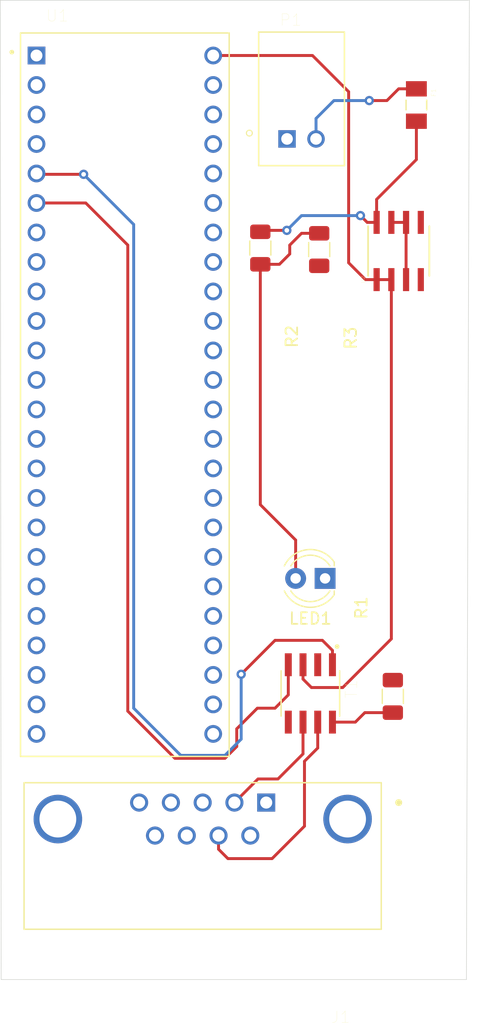
<source format=kicad_pcb>
(kicad_pcb (version 20171130) (host pcbnew "(5.1.6)-1")

  (general
    (thickness 1.6)
    (drawings 4)
    (tracks 84)
    (zones 0)
    (modules 10)
    (nets 62)
  )

  (page A4)
  (title_block
    (title "CANbus transceiver PCB")
    (date 2021-01-04)
    (rev v01)
    (company AlbertaLoop)
    (comment 3 "License:  -----")
    (comment 4 "Author: Devin Headrick")
  )

  (layers
    (0 F.Cu signal)
    (31 B.Cu signal)
    (32 B.Adhes user)
    (33 F.Adhes user)
    (34 B.Paste user)
    (35 F.Paste user)
    (36 B.SilkS user)
    (37 F.SilkS user)
    (38 B.Mask user)
    (39 F.Mask user)
    (40 Dwgs.User user)
    (41 Cmts.User user)
    (42 Eco1.User user)
    (43 Eco2.User user)
    (44 Edge.Cuts user)
    (45 Margin user)
    (46 B.CrtYd user)
    (47 F.CrtYd user)
    (48 B.Fab user)
    (49 F.Fab user)
  )

  (setup
    (last_trace_width 0.25)
    (user_trace_width 0.25)
    (trace_clearance 0.2)
    (zone_clearance 0.508)
    (zone_45_only no)
    (trace_min 0.2)
    (via_size 0.8)
    (via_drill 0.4)
    (via_min_size 0.4)
    (via_min_drill 0.3)
    (uvia_size 0.3)
    (uvia_drill 0.1)
    (uvias_allowed no)
    (uvia_min_size 0.2)
    (uvia_min_drill 0.1)
    (edge_width 0.05)
    (segment_width 0.2)
    (pcb_text_width 0.3)
    (pcb_text_size 1.5 1.5)
    (mod_edge_width 0.12)
    (mod_text_size 1 1)
    (mod_text_width 0.15)
    (pad_size 1.524 1.524)
    (pad_drill 0.762)
    (pad_to_mask_clearance 0.05)
    (aux_axis_origin 0 0)
    (visible_elements 7FFFFFFF)
    (pcbplotparams
      (layerselection 0x010fc_ffffffff)
      (usegerberextensions false)
      (usegerberattributes true)
      (usegerberadvancedattributes true)
      (creategerberjobfile true)
      (excludeedgelayer true)
      (linewidth 0.100000)
      (plotframeref false)
      (viasonmask false)
      (mode 1)
      (useauxorigin false)
      (hpglpennumber 1)
      (hpglpenspeed 20)
      (hpglpendiameter 15.000000)
      (psnegative false)
      (psa4output false)
      (plotreference true)
      (plotvalue true)
      (plotinvisibletext false)
      (padsonsilk false)
      (subtractmaskfromsilk false)
      (outputformat 4)
      (mirror false)
      (drillshape 0)
      (scaleselection 1)
      (outputdirectory ""))
  )

  (net 0 "")
  (net 1 GND)
  (net 2 "Net-(J1-Pad4)")
  (net 3 "Net-(J1-Pad2)")
  (net 4 "Net-(J1-Pad1)")
  (net 5 VCC)
  (net 6 "Net-(J1-Pad8)")
  (net 7 "Net-(J1-Pad7)")
  (net 8 "Net-(R1-Pad1)")
  (net 9 "Net-(T1-Pad1)")
  (net 10 "Net-(T1-Pad4)")
  (net 11 "Net-(T1-Pad5)")
  (net 12 "Net-(U1-Pad2)")
  (net 13 "Net-(U1-Pad3)")
  (net 14 "Net-(U1-Pad4)")
  (net 15 "Net-(U1-Pad7)")
  (net 16 "Net-(U1-Pad8)")
  (net 17 "Net-(U1-Pad9)")
  (net 18 "Net-(U1-Pad10)")
  (net 19 "Net-(U1-Pad11)")
  (net 20 "Net-(U1-Pad12)")
  (net 21 "Net-(U1-Pad13)")
  (net 22 "Net-(U1-Pad14)")
  (net 23 "Net-(U1-Pad15)")
  (net 24 "Net-(U1-Pad16)")
  (net 25 "Net-(U1-Pad35)")
  (net 26 "Net-(U1-Pad36)")
  (net 27 "Net-(U1-Pad37)")
  (net 28 "Net-(U1-Pad38)")
  (net 29 "Net-(U1-Pad39)")
  (net 30 "Net-(U1-Pad40)")
  (net 31 "Net-(U1-Pad41)")
  (net 32 "Net-(U1-Pad42)")
  (net 33 "Net-(U1-Pad43)")
  (net 34 "Net-(U1-Pad44)")
  (net 35 "Net-(U1-Pad45)")
  (net 36 "Net-(U1-Pad46)")
  (net 37 "Net-(U1-Pad17)")
  (net 38 "Net-(U1-Pad18)")
  (net 39 "Net-(U1-Pad19)")
  (net 40 "Net-(U1-Pad20)")
  (net 41 "Net-(U1-Pad21)")
  (net 42 "Net-(U1-Pad22)")
  (net 43 "Net-(U1-Pad23)")
  (net 44 "Net-(U1-Pad24)")
  (net 45 "Net-(U1-Pad33)")
  (net 46 "Net-(U1-Pad32)")
  (net 47 "Net-(U1-Pad25)")
  (net 48 "Net-(U1-Pad26)")
  (net 49 "Net-(U1-Pad27)")
  (net 50 "Net-(U1-Pad28)")
  (net 51 "Net-(U1-Pad29)")
  (net 52 "Net-(U1-Pad30)")
  (net 53 "Net-(U1-Pad31)")
  (net 54 "Net-(LED1-Pad2)")
  (net 55 "Net-(F1-Pad1)")
  (net 56 "Net-(J1-Pad5)")
  (net 57 "Net-(J1-Pad3)")
  (net 58 "Net-(J1-Pad9)")
  (net 59 +3V3)
  (net 60 "Net-(U2-Pad5)")
  (net 61 "Net-(U2-Pad4)")

  (net_class Default "This is the default net class."
    (clearance 0.2)
    (trace_width 0.25)
    (via_dia 0.8)
    (via_drill 0.4)
    (uvia_dia 0.3)
    (uvia_drill 0.1)
    (add_net +3V3)
    (add_net GND)
    (add_net "Net-(F1-Pad1)")
    (add_net "Net-(J1-Pad1)")
    (add_net "Net-(J1-Pad2)")
    (add_net "Net-(J1-Pad3)")
    (add_net "Net-(J1-Pad4)")
    (add_net "Net-(J1-Pad5)")
    (add_net "Net-(J1-Pad7)")
    (add_net "Net-(J1-Pad8)")
    (add_net "Net-(J1-Pad9)")
    (add_net "Net-(LED1-Pad2)")
    (add_net "Net-(R1-Pad1)")
    (add_net "Net-(T1-Pad1)")
    (add_net "Net-(T1-Pad4)")
    (add_net "Net-(T1-Pad5)")
    (add_net "Net-(U1-Pad10)")
    (add_net "Net-(U1-Pad11)")
    (add_net "Net-(U1-Pad12)")
    (add_net "Net-(U1-Pad13)")
    (add_net "Net-(U1-Pad14)")
    (add_net "Net-(U1-Pad15)")
    (add_net "Net-(U1-Pad16)")
    (add_net "Net-(U1-Pad17)")
    (add_net "Net-(U1-Pad18)")
    (add_net "Net-(U1-Pad19)")
    (add_net "Net-(U1-Pad2)")
    (add_net "Net-(U1-Pad20)")
    (add_net "Net-(U1-Pad21)")
    (add_net "Net-(U1-Pad22)")
    (add_net "Net-(U1-Pad23)")
    (add_net "Net-(U1-Pad24)")
    (add_net "Net-(U1-Pad25)")
    (add_net "Net-(U1-Pad26)")
    (add_net "Net-(U1-Pad27)")
    (add_net "Net-(U1-Pad28)")
    (add_net "Net-(U1-Pad29)")
    (add_net "Net-(U1-Pad3)")
    (add_net "Net-(U1-Pad30)")
    (add_net "Net-(U1-Pad31)")
    (add_net "Net-(U1-Pad32)")
    (add_net "Net-(U1-Pad33)")
    (add_net "Net-(U1-Pad35)")
    (add_net "Net-(U1-Pad36)")
    (add_net "Net-(U1-Pad37)")
    (add_net "Net-(U1-Pad38)")
    (add_net "Net-(U1-Pad39)")
    (add_net "Net-(U1-Pad4)")
    (add_net "Net-(U1-Pad40)")
    (add_net "Net-(U1-Pad41)")
    (add_net "Net-(U1-Pad42)")
    (add_net "Net-(U1-Pad43)")
    (add_net "Net-(U1-Pad44)")
    (add_net "Net-(U1-Pad45)")
    (add_net "Net-(U1-Pad46)")
    (add_net "Net-(U1-Pad7)")
    (add_net "Net-(U1-Pad8)")
    (add_net "Net-(U1-Pad9)")
    (add_net "Net-(U2-Pad4)")
    (add_net "Net-(U2-Pad5)")
    (add_net VCC)
  )

  (module Resistor_SMD:R_1206_3216Metric (layer F.Cu) (tedit 5B301BBD) (tstamp 5FF49839)
    (at 127.508 92.586 270)
    (descr "Resistor SMD 1206 (3216 Metric), square (rectangular) end terminal, IPC_7351 nominal, (Body size source: http://www.tortai-tech.com/upload/download/2011102023233369053.pdf), generated with kicad-footprint-generator")
    (tags resistor)
    (path /5FF74CCA)
    (attr smd)
    (fp_text reference R3 (at 7.62 -2.72 90) (layer F.SilkS)
      (effects (font (size 1 1) (thickness 0.15)))
    )
    (fp_text value R10k (at 7.62 2.72 90) (layer F.Fab)
      (effects (font (size 1 1) (thickness 0.15)))
    )
    (fp_text user %R (at 7.62 0 90) (layer F.Fab)
      (effects (font (size 1 1) (thickness 0.15)))
    )
    (fp_line (start -1.6 0.8) (end -1.6 -0.8) (layer F.Fab) (width 0.1))
    (fp_line (start -1.6 -0.8) (end 1.6 -0.8) (layer F.Fab) (width 0.1))
    (fp_line (start 1.6 -0.8) (end 1.6 0.8) (layer F.Fab) (width 0.1))
    (fp_line (start 1.6 0.8) (end -1.6 0.8) (layer F.Fab) (width 0.1))
    (fp_line (start -0.602064 -0.91) (end 0.602064 -0.91) (layer F.SilkS) (width 0.12))
    (fp_line (start -0.602064 0.91) (end 0.602064 0.91) (layer F.SilkS) (width 0.12))
    (fp_line (start -2.28 1.12) (end -2.28 -1.12) (layer F.CrtYd) (width 0.05))
    (fp_line (start -2.28 -1.12) (end 2.28 -1.12) (layer F.CrtYd) (width 0.05))
    (fp_line (start 2.28 -1.12) (end 2.28 1.12) (layer F.CrtYd) (width 0.05))
    (fp_line (start 2.28 1.12) (end -2.28 1.12) (layer F.CrtYd) (width 0.05))
    (pad 2 smd roundrect (at 1.4 0 270) (size 1.25 1.75) (layers F.Cu F.Paste F.Mask) (roundrect_rratio 0.2)
      (net 1 GND))
    (pad 1 smd roundrect (at -1.4 0 270) (size 1.25 1.75) (layers F.Cu F.Paste F.Mask) (roundrect_rratio 0.2)
      (net 54 "Net-(LED1-Pad2)"))
    (model ${KISYS3DMOD}/Resistor_SMD.3dshapes/R_1206_3216Metric.wrl
      (at (xyz 0 0 0))
      (scale (xyz 1 1 1))
      (rotate (xyz 0 0 0))
    )
  )

  (module Resistor_SMD:R_1206_3216Metric (layer F.Cu) (tedit 5B301BBD) (tstamp 5FF4866C)
    (at 133.858 131.064 90)
    (descr "Resistor SMD 1206 (3216 Metric), square (rectangular) end terminal, IPC_7351 nominal, (Body size source: http://www.tortai-tech.com/upload/download/2011102023233369053.pdf), generated with kicad-footprint-generator")
    (tags resistor)
    (path /5FF4D4E8)
    (attr smd)
    (fp_text reference R1 (at 7.62 -2.72 90) (layer F.SilkS)
      (effects (font (size 1 1) (thickness 0.15)))
    )
    (fp_text value R10k (at 7.62 2.72 90) (layer F.Fab)
      (effects (font (size 1 1) (thickness 0.15)))
    )
    (fp_text user %R (at 7.62 0 90) (layer F.Fab)
      (effects (font (size 1 1) (thickness 0.15)))
    )
    (fp_line (start -1.6 0.8) (end -1.6 -0.8) (layer F.Fab) (width 0.1))
    (fp_line (start -1.6 -0.8) (end 1.6 -0.8) (layer F.Fab) (width 0.1))
    (fp_line (start 1.6 -0.8) (end 1.6 0.8) (layer F.Fab) (width 0.1))
    (fp_line (start 1.6 0.8) (end -1.6 0.8) (layer F.Fab) (width 0.1))
    (fp_line (start -0.602064 -0.91) (end 0.602064 -0.91) (layer F.SilkS) (width 0.12))
    (fp_line (start -0.602064 0.91) (end 0.602064 0.91) (layer F.SilkS) (width 0.12))
    (fp_line (start -2.28 1.12) (end -2.28 -1.12) (layer F.CrtYd) (width 0.05))
    (fp_line (start -2.28 -1.12) (end 2.28 -1.12) (layer F.CrtYd) (width 0.05))
    (fp_line (start 2.28 -1.12) (end 2.28 1.12) (layer F.CrtYd) (width 0.05))
    (fp_line (start 2.28 1.12) (end -2.28 1.12) (layer F.CrtYd) (width 0.05))
    (pad 2 smd roundrect (at 1.4 0 90) (size 1.25 1.75) (layers F.Cu F.Paste F.Mask) (roundrect_rratio 0.2)
      (net 1 GND))
    (pad 1 smd roundrect (at -1.4 0 90) (size 1.25 1.75) (layers F.Cu F.Paste F.Mask) (roundrect_rratio 0.2)
      (net 8 "Net-(R1-Pad1)"))
    (model ${KISYS3DMOD}/Resistor_SMD.3dshapes/R_1206_3216Metric.wrl
      (at (xyz 0 0 0))
      (scale (xyz 1 1 1))
      (rotate (xyz 0 0 0))
    )
  )

  (module Resistor_SMD:R_1206_3216Metric (layer F.Cu) (tedit 5B301BBD) (tstamp 5FF49822)
    (at 122.428 92.456 270)
    (descr "Resistor SMD 1206 (3216 Metric), square (rectangular) end terminal, IPC_7351 nominal, (Body size source: http://www.tortai-tech.com/upload/download/2011102023233369053.pdf), generated with kicad-footprint-generator")
    (tags resistor)
    (path /5FF7004B)
    (attr smd)
    (fp_text reference R2 (at 7.62 -2.72 90) (layer F.SilkS)
      (effects (font (size 1 1) (thickness 0.15)))
    )
    (fp_text value R10k (at 7.62 2.72 90) (layer F.Fab)
      (effects (font (size 1 1) (thickness 0.15)))
    )
    (fp_text user %R (at 7.62 0 90) (layer F.Fab)
      (effects (font (size 1 1) (thickness 0.15)))
    )
    (fp_line (start -1.6 0.8) (end -1.6 -0.8) (layer F.Fab) (width 0.1))
    (fp_line (start -1.6 -0.8) (end 1.6 -0.8) (layer F.Fab) (width 0.1))
    (fp_line (start 1.6 -0.8) (end 1.6 0.8) (layer F.Fab) (width 0.1))
    (fp_line (start 1.6 0.8) (end -1.6 0.8) (layer F.Fab) (width 0.1))
    (fp_line (start -0.602064 -0.91) (end 0.602064 -0.91) (layer F.SilkS) (width 0.12))
    (fp_line (start -0.602064 0.91) (end 0.602064 0.91) (layer F.SilkS) (width 0.12))
    (fp_line (start -2.28 1.12) (end -2.28 -1.12) (layer F.CrtYd) (width 0.05))
    (fp_line (start -2.28 -1.12) (end 2.28 -1.12) (layer F.CrtYd) (width 0.05))
    (fp_line (start 2.28 -1.12) (end 2.28 1.12) (layer F.CrtYd) (width 0.05))
    (fp_line (start 2.28 1.12) (end -2.28 1.12) (layer F.CrtYd) (width 0.05))
    (pad 2 smd roundrect (at 1.4 0 270) (size 1.25 1.75) (layers F.Cu F.Paste F.Mask) (roundrect_rratio 0.2)
      (net 54 "Net-(LED1-Pad2)"))
    (pad 1 smd roundrect (at -1.4 0 270) (size 1.25 1.75) (layers F.Cu F.Paste F.Mask) (roundrect_rratio 0.2)
      (net 5 VCC))
    (model ${KISYS3DMOD}/Resistor_SMD.3dshapes/R_1206_3216Metric.wrl
      (at (xyz 0 0 0))
      (scale (xyz 1 1 1))
      (rotate (xyz 0 0 0))
    )
  )

  (module "Voltage Regulators:SO-8_S" (layer F.Cu) (tedit 5FF766C5) (tstamp 5FFC1FEB)
    (at 134.366 92.71 90)
    (path /5FF77404)
    (fp_text reference U2 (at -2.4544 -3.0717 90) (layer F.SilkS)
      (effects (font (size 0.314961 0.314961) (thickness 0.015)))
    )
    (fp_text value LT1129IS8-3.3#PBF (at -2.2544 3.0717 90) (layer F.Fab)
      (effects (font (size 0.314961 0.314961) (thickness 0.015)))
    )
    (fp_arc (start 0 -2.5019) (end -0.3048 -2.4892) (angle -180) (layer F.Fab) (width 0.1524))
    (fp_line (start -1.9812 -1.6764) (end -1.9812 -2.1336) (layer F.Fab) (width 0.1524))
    (fp_line (start -1.9812 -2.1336) (end -3.0988 -2.1336) (layer F.Fab) (width 0.1524))
    (fp_line (start -3.0988 -2.1336) (end -3.0988 -1.651) (layer F.Fab) (width 0.1524))
    (fp_line (start -3.0988 -1.651) (end -1.9812 -1.6764) (layer F.Fab) (width 0.1524))
    (fp_line (start -1.9812 -0.4064) (end -1.9812 -0.8636) (layer F.Fab) (width 0.1524))
    (fp_line (start -1.9812 -0.8636) (end -3.0988 -0.8636) (layer F.Fab) (width 0.1524))
    (fp_line (start -3.0988 -0.8636) (end -3.0988 -0.381) (layer F.Fab) (width 0.1524))
    (fp_line (start -3.0988 -0.381) (end -1.9812 -0.4064) (layer F.Fab) (width 0.1524))
    (fp_line (start -1.9812 0.8636) (end -1.9812 0.4064) (layer F.Fab) (width 0.1524))
    (fp_line (start -1.9812 0.4064) (end -3.0988 0.4064) (layer F.Fab) (width 0.1524))
    (fp_line (start -3.0988 0.4064) (end -3.0988 0.889) (layer F.Fab) (width 0.1524))
    (fp_line (start -3.0988 0.889) (end -1.9812 0.8636) (layer F.Fab) (width 0.1524))
    (fp_line (start -1.9812 2.1336) (end -1.9812 1.6764) (layer F.Fab) (width 0.1524))
    (fp_line (start -1.9812 1.6764) (end -3.0988 1.6764) (layer F.Fab) (width 0.1524))
    (fp_line (start -3.0988 1.6764) (end -3.0988 2.159) (layer F.Fab) (width 0.1524))
    (fp_line (start -3.0988 2.159) (end -1.9812 2.1336) (layer F.Fab) (width 0.1524))
    (fp_line (start 1.9812 1.6764) (end 1.9812 2.1336) (layer F.Fab) (width 0.1524))
    (fp_line (start 1.9812 2.1336) (end 3.0988 2.1336) (layer F.Fab) (width 0.1524))
    (fp_line (start 3.0988 2.1336) (end 3.0988 1.651) (layer F.Fab) (width 0.1524))
    (fp_line (start 3.0988 1.651) (end 1.9812 1.6764) (layer F.Fab) (width 0.1524))
    (fp_line (start 1.9812 0.4064) (end 1.9812 0.8636) (layer F.Fab) (width 0.1524))
    (fp_line (start 1.9812 0.8636) (end 3.0988 0.8636) (layer F.Fab) (width 0.1524))
    (fp_line (start 3.0988 0.8636) (end 3.0988 0.381) (layer F.Fab) (width 0.1524))
    (fp_line (start 3.0988 0.381) (end 1.9812 0.4064) (layer F.Fab) (width 0.1524))
    (fp_line (start 1.9812 -0.8636) (end 1.9812 -0.4064) (layer F.Fab) (width 0.1524))
    (fp_line (start 1.9812 -0.4064) (end 3.0988 -0.4064) (layer F.Fab) (width 0.1524))
    (fp_line (start 3.0988 -0.4064) (end 3.0988 -0.889) (layer F.Fab) (width 0.1524))
    (fp_line (start 3.0988 -0.889) (end 1.9812 -0.8636) (layer F.Fab) (width 0.1524))
    (fp_line (start 1.9812 -2.1336) (end 1.9812 -1.6764) (layer F.Fab) (width 0.1524))
    (fp_line (start 1.9812 -1.6764) (end 3.0988 -1.6764) (layer F.Fab) (width 0.1524))
    (fp_line (start 3.0988 -1.6764) (end 3.0988 -2.159) (layer F.Fab) (width 0.1524))
    (fp_line (start 3.0988 -2.159) (end 1.9812 -2.1336) (layer F.Fab) (width 0.1524))
    (fp_line (start -1.9812 2.4892) (end 1.9812 2.4892) (layer F.Fab) (width 0.1524))
    (fp_line (start 1.9812 2.4892) (end 1.9812 -2.4892) (layer F.Fab) (width 0.1524))
    (fp_line (start 1.9812 -2.4892) (end -0.3048 -2.4892) (layer F.Fab) (width 0.1524))
    (fp_line (start -0.3048 -2.4892) (end -1.9812 -2.4892) (layer F.Fab) (width 0.1524))
    (fp_line (start -1.9812 -2.4892) (end -1.9812 2.4892) (layer F.Fab) (width 0.1524))
    (fp_line (start -2.1336 2.6416) (end 2.1336 2.6416) (layer F.SilkS) (width 0.1524))
    (fp_line (start 2.1336 -2.6416) (end -2.1336 -2.6416) (layer F.SilkS) (width 0.1524))
    (pad 8 smd rect (at 2.4638 -1.905 90) (size 1.9812 0.5334) (layers F.Cu F.Paste F.Mask)
      (net 5 VCC))
    (pad 7 smd rect (at 2.4638 -0.635 90) (size 1.9812 0.5334) (layers F.Cu F.Paste F.Mask)
      (net 1 GND))
    (pad 6 smd rect (at 2.4638 0.635 90) (size 1.9812 0.5334) (layers F.Cu F.Paste F.Mask)
      (net 1 GND))
    (pad 5 smd rect (at 2.4638 1.905 90) (size 1.9812 0.5334) (layers F.Cu F.Paste F.Mask)
      (net 60 "Net-(U2-Pad5)"))
    (pad 4 smd rect (at -2.4638 1.905 90) (size 1.9812 0.5334) (layers F.Cu F.Paste F.Mask)
      (net 61 "Net-(U2-Pad4)"))
    (pad 3 smd rect (at -2.4638 0.635 90) (size 1.9812 0.5334) (layers F.Cu F.Paste F.Mask)
      (net 1 GND))
    (pad 2 smd rect (at -2.4638 -0.635 90) (size 1.9812 0.5334) (layers F.Cu F.Paste F.Mask)
      (net 59 +3V3))
    (pad 1 smd rect (at -2.4638 -1.905 90) (size 1.9812 0.5334) (layers F.Cu F.Paste F.Mask)
      (net 59 +3V3))
  )

  (module "XH:JST_S2B-XH-A(LF)(SN)" (layer F.Cu) (tedit 5FFBBB78) (tstamp 5FFC1E7D)
    (at 125.984 83.058)
    (path /5FFDEAC7)
    (fp_text reference P1 (at -0.92578 -10.24356) (layer F.SilkS)
      (effects (font (size 1.000835 1.000835) (thickness 0.015)))
    )
    (fp_text value "S2B-XH-A(LF)(SN)" (at 8.61119 3.369355) (layer F.Fab)
      (effects (font (size 1.001299 1.001299) (thickness 0.015)))
    )
    (fp_circle (center -4.5 -0.5) (end -4.246 -0.5) (layer F.SilkS) (width 0.1))
    (fp_line (start -4 2.6) (end -4 -9.5) (layer F.CrtYd) (width 0.127))
    (fp_line (start 4 2.6) (end -4 2.6) (layer F.CrtYd) (width 0.127))
    (fp_line (start 4 -9.5) (end 4 2.6) (layer F.CrtYd) (width 0.127))
    (fp_line (start -4 -9.5) (end 4 -9.5) (layer F.CrtYd) (width 0.127))
    (fp_line (start -3.7 2.3) (end -3.7 -9.2) (layer F.SilkS) (width 0.127))
    (fp_line (start 3.7 2.3) (end -3.7 2.3) (layer F.SilkS) (width 0.127))
    (fp_line (start 3.7 -9.2) (end 3.7 2.3) (layer F.SilkS) (width 0.127))
    (fp_line (start -3.7 -9.2) (end 3.7 -9.2) (layer F.SilkS) (width 0.127))
    (pad 1 thru_hole rect (at -1.25 0) (size 1.508 1.508) (drill 1) (layers *.Cu *.Mask)
      (net 1 GND))
    (pad 2 thru_hole circle (at 1.25 0) (size 1.508 1.508) (drill 1) (layers *.Cu *.Mask)
      (net 55 "Net-(F1-Pad1)"))
  )

  (module Fuses:FUSC3215X78N (layer F.Cu) (tedit 5FFBBD0D) (tstamp 5FFC1DFC)
    (at 135.89 80.139 270)
    (path /5FFF1D6A)
    (fp_text reference F1 (at -1.06 -1.49 90) (layer F.SilkS)
      (effects (font (size 0.393701 0.393701) (thickness 0.015)))
    )
    (fp_text value C1Q-3 (at 0.69 1.49 90) (layer F.Fab)
      (effects (font (size 0.393701 0.393701) (thickness 0.015)))
    )
    (fp_line (start 1.7 0.89) (end -1.7 0.89) (layer F.Fab) (width 0.127))
    (fp_line (start 1.7 -0.89) (end -1.7 -0.89) (layer F.Fab) (width 0.127))
    (fp_line (start 1.7 0.89) (end 1.7 -0.89) (layer F.Fab) (width 0.127))
    (fp_line (start -1.7 0.89) (end -1.7 -0.89) (layer F.Fab) (width 0.127))
    (fp_line (start -0.41 -0.89) (end 0.41 -0.89) (layer F.SilkS) (width 0.127))
    (fp_line (start -0.41 0.89) (end 0.41 0.89) (layer F.SilkS) (width 0.127))
    (fp_line (start -2.308 1.148) (end 2.308 1.148) (layer F.CrtYd) (width 0.05))
    (fp_line (start -2.308 -1.148) (end 2.308 -1.148) (layer F.CrtYd) (width 0.05))
    (fp_line (start -2.308 1.148) (end -2.308 -1.148) (layer F.CrtYd) (width 0.05))
    (fp_line (start 2.308 1.148) (end 2.308 -1.148) (layer F.CrtYd) (width 0.05))
    (pad 2 smd rect (at 1.395 0 270) (size 1.32 1.8) (layers F.Cu F.Paste F.Mask)
      (net 5 VCC))
    (pad 1 smd rect (at -1.395 0 270) (size 1.32 1.8) (layers F.Cu F.Paste F.Mask)
      (net 55 "Net-(F1-Pad1)"))
  )

  (module LED_THT:LED_D4.0mm (layer F.Cu) (tedit 587A3A7B) (tstamp 5FF497DF)
    (at 128.016 120.904 180)
    (descr "LED, diameter 4.0mm, 2 pins, http://www.kingbright.com/attachments/file/psearch/000/00/00/L-43GD(Ver.12B).pdf")
    (tags "LED diameter 4.0mm 2 pins")
    (path /5FF77C47)
    (fp_text reference LED1 (at 1.27 -3.46) (layer F.SilkS)
      (effects (font (size 1 1) (thickness 0.15)))
    )
    (fp_text value LED (at 1.27 3.46) (layer F.Fab)
      (effects (font (size 1 1) (thickness 0.15)))
    )
    (fp_arc (start 1.27 0) (end -0.41333 1.08) (angle -114.6) (layer F.SilkS) (width 0.12))
    (fp_arc (start 1.27 0) (end -0.41333 -1.08) (angle 114.6) (layer F.SilkS) (width 0.12))
    (fp_arc (start 1.27 0) (end -0.79 1.398749) (angle -120.1) (layer F.SilkS) (width 0.12))
    (fp_arc (start 1.27 0) (end -0.79 -1.398749) (angle 120.1) (layer F.SilkS) (width 0.12))
    (fp_arc (start 1.27 0) (end -0.73 -1.32665) (angle 292.9) (layer F.Fab) (width 0.1))
    (fp_circle (center 1.27 0) (end 3.27 0) (layer F.Fab) (width 0.1))
    (fp_line (start -0.73 -1.32665) (end -0.73 1.32665) (layer F.Fab) (width 0.1))
    (fp_line (start -0.79 -1.399) (end -0.79 -1.08) (layer F.SilkS) (width 0.12))
    (fp_line (start -0.79 1.08) (end -0.79 1.399) (layer F.SilkS) (width 0.12))
    (fp_line (start -1.45 -2.75) (end -1.45 2.75) (layer F.CrtYd) (width 0.05))
    (fp_line (start -1.45 2.75) (end 4 2.75) (layer F.CrtYd) (width 0.05))
    (fp_line (start 4 2.75) (end 4 -2.75) (layer F.CrtYd) (width 0.05))
    (fp_line (start 4 -2.75) (end -1.45 -2.75) (layer F.CrtYd) (width 0.05))
    (pad 2 thru_hole circle (at 2.54 0 180) (size 1.8 1.8) (drill 0.9) (layers *.Cu *.Mask)
      (net 54 "Net-(LED1-Pad2)"))
    (pad 1 thru_hole rect (at 0 0 180) (size 1.8 1.8) (drill 0.9) (layers *.Cu *.Mask)
      (net 1 GND))
    (model ${KISYS3DMOD}/LED_THT.3dshapes/LED_D4.0mm.wrl
      (at (xyz 0 0 0))
      (scale (xyz 1 1 1))
      (rotate (xyz 0 0 0))
    )
  )

  (module DB-9:TE_5747844-4 (layer F.Cu) (tedit 5FF394F0) (tstamp 5FF48655)
    (at 122.936 140.208 180)
    (path /5FF3FD23)
    (fp_text reference J1 (at -6.42655 -18.47814) (layer F.SilkS)
      (effects (font (size 1.001795 1.001795) (thickness 0.015)))
    )
    (fp_text value 5747844-4 (at -1.97346 3.48112) (layer F.Fab)
      (effects (font (size 1.001764 1.001764) (thickness 0.015)))
    )
    (fp_arc (start -5.22 -16.78) (end -4.9 -16.8) (angle -90) (layer F.Fab) (width 0.127))
    (fp_arc (start -8.44 -16.8) (end -8.44 -17.1) (angle -90) (layer F.Fab) (width 0.127))
    (fp_text user PCB~EDGE (at 14.7122 -11.4656) (layer F.Fab)
      (effects (font (size 1.000488 1.000488) (thickness 0.015)))
    )
    (fp_line (start -9.925 1.71) (end 20.885 1.71) (layer F.Fab) (width 0.127))
    (fp_line (start 20.885 1.71) (end 20.885 -10.94) (layer F.Fab) (width 0.127))
    (fp_line (start 20.885 -10.94) (end -4.9 -10.94) (layer F.Fab) (width 0.127))
    (fp_line (start -4.9 -10.94) (end -8.74 -10.94) (layer F.Fab) (width 0.127))
    (fp_line (start -8.74 -10.94) (end -9.925 -10.94) (layer F.Fab) (width 0.127))
    (fp_line (start -9.925 -10.94) (end -9.925 1.71) (layer F.Fab) (width 0.127))
    (fp_line (start -2.67 -17.13) (end 13.63 -17.13) (layer F.Fab) (width 0.127))
    (fp_line (start -2.67 -17.13) (end -2.67 -10.96) (layer F.Fab) (width 0.127))
    (fp_line (start 13.63 -17.13) (end 13.63 -10.96) (layer F.Fab) (width 0.127))
    (fp_line (start -9.925 1.71) (end 20.885 1.71) (layer F.SilkS) (width 0.127))
    (fp_line (start 20.885 1.71) (end 20.885 -10.91) (layer F.SilkS) (width 0.127))
    (fp_line (start 20.885 -10.91) (end -9.925 -10.91) (layer F.SilkS) (width 0.127))
    (fp_line (start -9.925 -10.91) (end -9.925 1.71) (layer F.SilkS) (width 0.127))
    (fp_line (start -10.175 -11.19) (end 21.135 -11.19) (layer F.CrtYd) (width 0.05))
    (fp_line (start 21.135 -11.19) (end 21.135 1.96) (layer F.CrtYd) (width 0.05))
    (fp_line (start 21.135 1.96) (end -10.175 1.96) (layer F.CrtYd) (width 0.05))
    (fp_line (start -10.175 1.96) (end -10.175 -11.19) (layer F.CrtYd) (width 0.05))
    (fp_line (start -8.74 -10.94) (end -8.74 -16.8) (layer F.Fab) (width 0.127))
    (fp_line (start -4.9 -10.94) (end -4.9 -16.8) (layer F.Fab) (width 0.127))
    (fp_line (start -5.24 -17.1) (end -8.44 -17.1) (layer F.Fab) (width 0.127))
    (fp_circle (center 0 0) (end 0.15 0) (layer F.Fab) (width 0.3))
    (fp_circle (center -11.43 0) (end -11.28 0) (layer F.SilkS) (width 0.3))
    (pad SH2 thru_hole circle (at 17.97 -1.42 180) (size 4.186 4.186) (drill 3.17) (layers *.Cu *.Mask)
      (net 1 GND))
    (pad SH1 thru_hole circle (at -7.02 -1.42 180) (size 4.186 4.186) (drill 3.17) (layers *.Cu *.Mask)
      (net 1 GND))
    (pad 6 thru_hole circle (at 1.37 -2.84 180) (size 1.56 1.56) (drill 1.04) (layers *.Cu *.Mask)
      (net 1 GND))
    (pad 7 thru_hole circle (at 4.11 -2.84 180) (size 1.56 1.56) (drill 1.04) (layers *.Cu *.Mask)
      (net 7 "Net-(J1-Pad7)"))
    (pad 8 thru_hole circle (at 6.85 -2.84 180) (size 1.56 1.56) (drill 1.04) (layers *.Cu *.Mask)
      (net 6 "Net-(J1-Pad8)"))
    (pad 9 thru_hole circle (at 9.59 -2.84 180) (size 1.56 1.56) (drill 1.04) (layers *.Cu *.Mask)
      (net 58 "Net-(J1-Pad9)"))
    (pad 1 thru_hole rect (at 0 0 180) (size 1.56 1.56) (drill 1.04) (layers *.Cu *.Mask)
      (net 4 "Net-(J1-Pad1)"))
    (pad 2 thru_hole circle (at 2.74 0 180) (size 1.56 1.56) (drill 1.04) (layers *.Cu *.Mask)
      (net 3 "Net-(J1-Pad2)"))
    (pad 3 thru_hole circle (at 5.48 0 180) (size 1.56 1.56) (drill 1.04) (layers *.Cu *.Mask)
      (net 57 "Net-(J1-Pad3)"))
    (pad 4 thru_hole circle (at 8.22 0 180) (size 1.56 1.56) (drill 1.04) (layers *.Cu *.Mask)
      (net 2 "Net-(J1-Pad4)"))
    (pad 5 thru_hole circle (at 10.96 0 180) (size 1.56 1.56) (drill 1.04) (layers *.Cu *.Mask)
      (net 56 "Net-(J1-Pad5)"))
  )

  (module libs:SOIC127P599X175-8N (layer F.Cu) (tedit 5FF134EC) (tstamp 5FF48684)
    (at 126.746 130.81 270)
    (path /5FF38CEA)
    (fp_text reference T1 (at -0.385 -3.537 90) (layer F.SilkS)
      (effects (font (size 1 1) (thickness 0.015)))
    )
    (fp_text value SN65HVD230D (at 7.87 3.537 90) (layer F.Fab)
      (effects (font (size 1 1) (thickness 0.015)))
    )
    (fp_circle (center -4.04 -2.305) (end -3.94 -2.305) (layer F.SilkS) (width 0.2))
    (fp_circle (center -4.04 -2.305) (end -3.94 -2.305) (layer F.Fab) (width 0.2))
    (fp_line (start -1.95 -2.4525) (end 1.95 -2.4525) (layer F.Fab) (width 0.127))
    (fp_line (start -1.95 2.4525) (end 1.95 2.4525) (layer F.Fab) (width 0.127))
    (fp_line (start -1.95 -2.525) (end 1.95 -2.525) (layer F.SilkS) (width 0.127))
    (fp_line (start -1.95 2.525) (end 1.95 2.525) (layer F.SilkS) (width 0.127))
    (fp_line (start -1.95 -2.4525) (end -1.95 2.4525) (layer F.Fab) (width 0.127))
    (fp_line (start 1.95 -2.4525) (end 1.95 2.4525) (layer F.Fab) (width 0.127))
    (fp_line (start -3.705 -2.7025) (end 3.705 -2.7025) (layer F.CrtYd) (width 0.05))
    (fp_line (start -3.705 2.7025) (end 3.705 2.7025) (layer F.CrtYd) (width 0.05))
    (fp_line (start -3.705 -2.7025) (end -3.705 2.7025) (layer F.CrtYd) (width 0.05))
    (fp_line (start 3.705 -2.7025) (end 3.705 2.7025) (layer F.CrtYd) (width 0.05))
    (pad 8 smd rect (at 2.47 -1.905 270) (size 1.97 0.6) (layers F.Cu F.Paste F.Mask)
      (net 8 "Net-(R1-Pad1)"))
    (pad 7 smd rect (at 2.47 -0.635 270) (size 1.97 0.6) (layers F.Cu F.Paste F.Mask)
      (net 7 "Net-(J1-Pad7)"))
    (pad 6 smd rect (at 2.47 0.635 270) (size 1.97 0.6) (layers F.Cu F.Paste F.Mask)
      (net 3 "Net-(J1-Pad2)"))
    (pad 5 smd rect (at 2.47 1.905 270) (size 1.97 0.6) (layers F.Cu F.Paste F.Mask)
      (net 11 "Net-(T1-Pad5)"))
    (pad 4 smd rect (at -2.47 1.905 270) (size 1.97 0.6) (layers F.Cu F.Paste F.Mask)
      (net 10 "Net-(T1-Pad4)"))
    (pad 3 smd rect (at -2.47 0.635 270) (size 1.97 0.6) (layers F.Cu F.Paste F.Mask)
      (net 59 +3V3))
    (pad 2 smd rect (at -2.47 -0.635 270) (size 1.97 0.6) (layers F.Cu F.Paste F.Mask)
      (net 1 GND))
    (pad 1 smd rect (at -2.47 -1.905 270) (size 1.97 0.6) (layers F.Cu F.Paste F.Mask)
      (net 9 "Net-(T1-Pad1)"))
  )

  (module libs:MODULE_DEV-14058 (layer F.Cu) (tedit 5FF13532) (tstamp 5FF486C9)
    (at 110.744 105.085001)
    (path /5FF36B34)
    (fp_text reference U1 (at -5.825 -32.635) (layer F.SilkS)
      (effects (font (size 1 1) (thickness 0.015)))
    )
    (fp_text value DEV-14058 (at 1.16 32.635) (layer F.Fab)
      (effects (font (size 1 1) (thickness 0.015)))
    )
    (fp_line (start -9 31.15) (end -9 -31.15) (layer F.Fab) (width 0.127))
    (fp_line (start -9 -31.15) (end 9 -31.15) (layer F.Fab) (width 0.127))
    (fp_line (start 9 -31.15) (end 9 31.15) (layer F.Fab) (width 0.127))
    (fp_line (start 9 31.15) (end -9 31.15) (layer F.Fab) (width 0.127))
    (fp_line (start -9 -31.15) (end -9 31.15) (layer F.SilkS) (width 0.127))
    (fp_line (start -9 31.15) (end 9 31.15) (layer F.SilkS) (width 0.127))
    (fp_line (start 9 31.15) (end 9 -31.15) (layer F.SilkS) (width 0.127))
    (fp_line (start 9 -31.15) (end -9 -31.15) (layer F.SilkS) (width 0.127))
    (fp_line (start -9.25 -31.4) (end 9.25 -31.4) (layer F.CrtYd) (width 0.05))
    (fp_line (start 9.25 -31.4) (end 9.25 31.4) (layer F.CrtYd) (width 0.05))
    (fp_line (start 9.25 31.4) (end -9.25 31.4) (layer F.CrtYd) (width 0.05))
    (fp_line (start -9.25 31.4) (end -9.25 -31.4) (layer F.CrtYd) (width 0.05))
    (fp_line (start -3.5 -31.1) (end -3.5 -28.4) (layer F.Fab) (width 0.127))
    (fp_line (start -3.5 -28.4) (end 3.4 -28.4) (layer F.Fab) (width 0.127))
    (fp_line (start 3.5 -28.4) (end 3.5 -31.1) (layer F.Fab) (width 0.127))
    (fp_circle (center -9.75 -29.5) (end -9.65 -29.5) (layer F.SilkS) (width 0.2))
    (fp_circle (center -9.75 -29.5) (end -9.65 -29.5) (layer F.Fab) (width 0.2))
    (pad 31 thru_hole circle (at 7.62 13.97) (size 1.53 1.53) (drill 1.02) (layers *.Cu *.Mask)
      (net 53 "Net-(U1-Pad31)"))
    (pad 30 thru_hole circle (at 7.62 16.51) (size 1.53 1.53) (drill 1.02) (layers *.Cu *.Mask)
      (net 52 "Net-(U1-Pad30)"))
    (pad 29 thru_hole circle (at 7.62 19.05) (size 1.53 1.53) (drill 1.02) (layers *.Cu *.Mask)
      (net 51 "Net-(U1-Pad29)"))
    (pad 28 thru_hole circle (at 7.62 21.59) (size 1.53 1.53) (drill 1.02) (layers *.Cu *.Mask)
      (net 50 "Net-(U1-Pad28)"))
    (pad 27 thru_hole circle (at 7.62 24.13) (size 1.53 1.53) (drill 1.02) (layers *.Cu *.Mask)
      (net 49 "Net-(U1-Pad27)"))
    (pad 26 thru_hole circle (at 7.62 26.67) (size 1.53 1.53) (drill 1.02) (layers *.Cu *.Mask)
      (net 48 "Net-(U1-Pad26)"))
    (pad 25 thru_hole circle (at 7.62 29.21) (size 1.53 1.53) (drill 1.02) (layers *.Cu *.Mask)
      (net 47 "Net-(U1-Pad25)"))
    (pad 32 thru_hole circle (at 7.62 11.43) (size 1.53 1.53) (drill 1.02) (layers *.Cu *.Mask)
      (net 46 "Net-(U1-Pad32)"))
    (pad 33 thru_hole circle (at 7.62 8.89) (size 1.53 1.53) (drill 1.02) (layers *.Cu *.Mask)
      (net 45 "Net-(U1-Pad33)"))
    (pad 34 thru_hole circle (at 7.62 6.35) (size 1.53 1.53) (drill 1.02) (layers *.Cu *.Mask)
      (net 1 GND))
    (pad 24 thru_hole circle (at -7.62 29.21) (size 1.53 1.53) (drill 1.02) (layers *.Cu *.Mask)
      (net 44 "Net-(U1-Pad24)"))
    (pad 23 thru_hole circle (at -7.62 26.67) (size 1.53 1.53) (drill 1.02) (layers *.Cu *.Mask)
      (net 43 "Net-(U1-Pad23)"))
    (pad 22 thru_hole circle (at -7.62 24.13) (size 1.53 1.53) (drill 1.02) (layers *.Cu *.Mask)
      (net 42 "Net-(U1-Pad22)"))
    (pad 21 thru_hole circle (at -7.62 21.59) (size 1.53 1.53) (drill 1.02) (layers *.Cu *.Mask)
      (net 41 "Net-(U1-Pad21)"))
    (pad 20 thru_hole circle (at -7.62 19.05) (size 1.53 1.53) (drill 1.02) (layers *.Cu *.Mask)
      (net 40 "Net-(U1-Pad20)"))
    (pad 19 thru_hole circle (at -7.62 16.51) (size 1.53 1.53) (drill 1.02) (layers *.Cu *.Mask)
      (net 39 "Net-(U1-Pad19)"))
    (pad 18 thru_hole circle (at -7.62 13.97) (size 1.53 1.53) (drill 1.02) (layers *.Cu *.Mask)
      (net 38 "Net-(U1-Pad18)"))
    (pad 17 thru_hole circle (at -7.62 11.43) (size 1.53 1.53) (drill 1.02) (layers *.Cu *.Mask)
      (net 37 "Net-(U1-Pad17)"))
    (pad 48 thru_hole circle (at 7.62 -29.21) (size 1.53 1.53) (drill 1.02) (layers *.Cu *.Mask)
      (net 59 +3V3))
    (pad 47 thru_hole circle (at 7.62 -26.67) (size 1.53 1.53) (drill 1.02) (layers *.Cu *.Mask)
      (net 1 GND))
    (pad 46 thru_hole circle (at 7.62 -24.13) (size 1.53 1.53) (drill 1.02) (layers *.Cu *.Mask)
      (net 36 "Net-(U1-Pad46)"))
    (pad 45 thru_hole circle (at 7.62 -21.59) (size 1.53 1.53) (drill 1.02) (layers *.Cu *.Mask)
      (net 35 "Net-(U1-Pad45)"))
    (pad 44 thru_hole circle (at 7.62 -19.05) (size 1.53 1.53) (drill 1.02) (layers *.Cu *.Mask)
      (net 34 "Net-(U1-Pad44)"))
    (pad 43 thru_hole circle (at 7.62 -16.51) (size 1.53 1.53) (drill 1.02) (layers *.Cu *.Mask)
      (net 33 "Net-(U1-Pad43)"))
    (pad 42 thru_hole circle (at 7.62 -13.97) (size 1.53 1.53) (drill 1.02) (layers *.Cu *.Mask)
      (net 32 "Net-(U1-Pad42)"))
    (pad 41 thru_hole circle (at 7.62 -11.43) (size 1.53 1.53) (drill 1.02) (layers *.Cu *.Mask)
      (net 31 "Net-(U1-Pad41)"))
    (pad 40 thru_hole circle (at 7.62 -8.89) (size 1.53 1.53) (drill 1.02) (layers *.Cu *.Mask)
      (net 30 "Net-(U1-Pad40)"))
    (pad 39 thru_hole circle (at 7.62 -6.35) (size 1.53 1.53) (drill 1.02) (layers *.Cu *.Mask)
      (net 29 "Net-(U1-Pad39)"))
    (pad 38 thru_hole circle (at 7.62 -3.81) (size 1.53 1.53) (drill 1.02) (layers *.Cu *.Mask)
      (net 28 "Net-(U1-Pad38)"))
    (pad 37 thru_hole circle (at 7.62 -1.27) (size 1.53 1.53) (drill 1.02) (layers *.Cu *.Mask)
      (net 27 "Net-(U1-Pad37)"))
    (pad 36 thru_hole circle (at 7.62 1.27) (size 1.53 1.53) (drill 1.02) (layers *.Cu *.Mask)
      (net 26 "Net-(U1-Pad36)"))
    (pad 35 thru_hole circle (at 7.62 3.81) (size 1.53 1.53) (drill 1.02) (layers *.Cu *.Mask)
      (net 25 "Net-(U1-Pad35)"))
    (pad 16 thru_hole circle (at -7.62 8.89) (size 1.53 1.53) (drill 1.02) (layers *.Cu *.Mask)
      (net 24 "Net-(U1-Pad16)"))
    (pad 15 thru_hole circle (at -7.62 6.35) (size 1.53 1.53) (drill 1.02) (layers *.Cu *.Mask)
      (net 23 "Net-(U1-Pad15)"))
    (pad 14 thru_hole circle (at -7.62 3.81) (size 1.53 1.53) (drill 1.02) (layers *.Cu *.Mask)
      (net 22 "Net-(U1-Pad14)"))
    (pad 13 thru_hole circle (at -7.62 1.27) (size 1.53 1.53) (drill 1.02) (layers *.Cu *.Mask)
      (net 21 "Net-(U1-Pad13)"))
    (pad 12 thru_hole circle (at -7.62 -1.27) (size 1.53 1.53) (drill 1.02) (layers *.Cu *.Mask)
      (net 20 "Net-(U1-Pad12)"))
    (pad 11 thru_hole circle (at -7.62 -3.81) (size 1.53 1.53) (drill 1.02) (layers *.Cu *.Mask)
      (net 19 "Net-(U1-Pad11)"))
    (pad 10 thru_hole circle (at -7.62 -6.35) (size 1.53 1.53) (drill 1.02) (layers *.Cu *.Mask)
      (net 18 "Net-(U1-Pad10)"))
    (pad 9 thru_hole circle (at -7.62 -8.89) (size 1.53 1.53) (drill 1.02) (layers *.Cu *.Mask)
      (net 17 "Net-(U1-Pad9)"))
    (pad 8 thru_hole circle (at -7.62 -11.43) (size 1.53 1.53) (drill 1.02) (layers *.Cu *.Mask)
      (net 16 "Net-(U1-Pad8)"))
    (pad 7 thru_hole circle (at -7.62 -13.97) (size 1.53 1.53) (drill 1.02) (layers *.Cu *.Mask)
      (net 15 "Net-(U1-Pad7)"))
    (pad 6 thru_hole circle (at -7.62 -16.51) (size 1.53 1.53) (drill 1.02) (layers *.Cu *.Mask)
      (net 10 "Net-(T1-Pad4)"))
    (pad 5 thru_hole circle (at -7.62 -19.05) (size 1.53 1.53) (drill 1.02) (layers *.Cu *.Mask)
      (net 9 "Net-(T1-Pad1)"))
    (pad 4 thru_hole circle (at -7.62 -21.59) (size 1.53 1.53) (drill 1.02) (layers *.Cu *.Mask)
      (net 14 "Net-(U1-Pad4)"))
    (pad 3 thru_hole circle (at -7.62 -24.13) (size 1.53 1.53) (drill 1.02) (layers *.Cu *.Mask)
      (net 13 "Net-(U1-Pad3)"))
    (pad 2 thru_hole circle (at -7.62 -26.67) (size 1.53 1.53) (drill 1.02) (layers *.Cu *.Mask)
      (net 12 "Net-(U1-Pad2)"))
    (pad 1 thru_hole rect (at -7.62 -29.21) (size 1.53 1.53) (drill 1.02) (layers *.Cu *.Mask)
      (net 1 GND))
  )

  (gr_line (start 140.208 155.448) (end 140.462 71.12) (layer Edge.Cuts) (width 0.05))
  (gr_line (start 100.076 155.448) (end 140.208 155.448) (layer Edge.Cuts) (width 0.05))
  (gr_line (start 100.076 155.448) (end 100 71.12) (layer Edge.Cuts) (width 0.05) (tstamp 5FF48D0B))
  (gr_line (start 100 71.12) (end 140.462 71.12) (layer Edge.Cuts) (width 0.05))

  (segment (start 135.001 90.2462) (end 135.001 95.1738) (width 0.25) (layer F.Cu) (net 1))
  (segment (start 133.731 90.2462) (end 135.001 90.2462) (width 0.25) (layer F.Cu) (net 1))
  (segment (start 126.111 133.28) (end 126.111 136.017) (width 0.25) (layer F.Cu) (net 3))
  (segment (start 126.111 136.017) (end 123.952 138.176) (width 0.25) (layer F.Cu) (net 3))
  (segment (start 122.228 138.176) (end 120.196 140.208) (width 0.25) (layer F.Cu) (net 3))
  (segment (start 123.952 138.176) (end 122.228 138.176) (width 0.25) (layer F.Cu) (net 3))
  (segment (start 135.89 81.534) (end 135.89 84.836) (width 0.25) (layer F.Cu) (net 5))
  (segment (start 132.461 88.265) (end 132.461 90.2462) (width 0.25) (layer F.Cu) (net 5))
  (segment (start 135.89 84.836) (end 132.461 88.265) (width 0.25) (layer F.Cu) (net 5))
  (segment (start 132.461 90.2462) (end 131.6482 90.2462) (width 0.25) (layer F.Cu) (net 5))
  (segment (start 131.6482 90.2462) (end 131.064 89.662) (width 0.25) (layer F.Cu) (net 5))
  (segment (start 131.064 89.662) (end 131.064 89.662) (width 0.25) (layer F.Cu) (net 5) (tstamp 5FFC2F7F))
  (via (at 131.064 89.662) (size 0.8) (drill 0.4) (layers F.Cu B.Cu) (net 5))
  (segment (start 131.064 89.662) (end 125.984 89.662) (width 0.25) (layer B.Cu) (net 5))
  (segment (start 125.984 89.662) (end 124.714 90.932) (width 0.25) (layer B.Cu) (net 5))
  (segment (start 124.714 90.932) (end 124.714 90.932) (width 0.25) (layer B.Cu) (net 5) (tstamp 5FFC2F87))
  (via (at 124.714 90.932) (size 0.8) (drill 0.4) (layers F.Cu B.Cu) (net 5))
  (segment (start 122.552 90.932) (end 122.428 91.056) (width 0.25) (layer F.Cu) (net 5))
  (segment (start 124.714 90.932) (end 122.552 90.932) (width 0.25) (layer F.Cu) (net 5))
  (segment (start 118.826 143.048) (end 118.826 144.226) (width 0.25) (layer F.Cu) (net 7))
  (segment (start 118.826 144.226) (end 119.634 145.034) (width 0.25) (layer F.Cu) (net 7))
  (segment (start 119.634 145.034) (end 123.444 145.034) (width 0.25) (layer F.Cu) (net 7))
  (segment (start 123.444 145.034) (end 126.238 142.24) (width 0.25) (layer F.Cu) (net 7))
  (segment (start 126.238 142.24) (end 126.238 136.652) (width 0.25) (layer F.Cu) (net 7))
  (segment (start 127.381 135.509) (end 127.381 133.28) (width 0.25) (layer F.Cu) (net 7))
  (segment (start 126.238 136.652) (end 127.381 135.509) (width 0.25) (layer F.Cu) (net 7))
  (segment (start 133.858 132.464) (end 131.442 132.464) (width 0.25) (layer F.Cu) (net 8))
  (segment (start 130.626 133.28) (end 128.651 133.28) (width 0.25) (layer F.Cu) (net 8))
  (segment (start 131.442 132.464) (end 130.626 133.28) (width 0.25) (layer F.Cu) (net 8))
  (segment (start 128.651 127.105) (end 127.784 126.238) (width 0.25) (layer F.Cu) (net 9))
  (segment (start 128.651 128.34) (end 128.651 127.105) (width 0.25) (layer F.Cu) (net 9))
  (segment (start 127.784 126.238) (end 123.698 126.238) (width 0.25) (layer F.Cu) (net 9))
  (segment (start 123.698 126.238) (end 120.777 129.159) (width 0.25) (layer F.Cu) (net 9))
  (segment (start 120.777 129.159) (end 120.65 129.286) (width 0.25) (layer F.Cu) (net 9) (tstamp 5FFC2F95))
  (via (at 120.777 129.159) (size 0.8) (drill 0.4) (layers F.Cu B.Cu) (net 9))
  (segment (start 120.777 129.159) (end 120.777 134.747) (width 0.25) (layer B.Cu) (net 9))
  (segment (start 120.777 134.747) (end 119.38 136.144) (width 0.25) (layer B.Cu) (net 9))
  (segment (start 119.38 136.144) (end 118.599797 136.144) (width 0.25) (layer B.Cu) (net 9))
  (segment (start 118.599797 136.144) (end 115.57 136.144) (width 0.25) (layer B.Cu) (net 9))
  (segment (start 115.57 136.144) (end 111.506 132.08) (width 0.25) (layer B.Cu) (net 9))
  (segment (start 111.506 132.08) (end 111.506 90.424) (width 0.25) (layer B.Cu) (net 9))
  (segment (start 111.506 90.424) (end 107.188 86.106) (width 0.25) (layer B.Cu) (net 9))
  (segment (start 107.188 86.106) (end 107.188 86.106) (width 0.25) (layer B.Cu) (net 9) (tstamp 5FFC2FA2))
  (via (at 107.188 86.106) (size 0.8) (drill 0.4) (layers F.Cu B.Cu) (net 9))
  (segment (start 103.194999 86.106) (end 103.124 86.035001) (width 0.25) (layer F.Cu) (net 9))
  (segment (start 107.188 86.106) (end 103.194999 86.106) (width 0.25) (layer F.Cu) (net 9))
  (segment (start 110.998 92.202) (end 107.371001 88.575001) (width 0.25) (layer F.Cu) (net 10))
  (segment (start 110.998 132.334) (end 110.998 92.202) (width 0.25) (layer F.Cu) (net 10))
  (segment (start 115.062 136.398) (end 110.998 132.334) (width 0.25) (layer F.Cu) (net 10))
  (segment (start 119.38 136.398) (end 115.062 136.398) (width 0.25) (layer F.Cu) (net 10))
  (segment (start 120.396 135.382) (end 119.38 136.398) (width 0.25) (layer F.Cu) (net 10))
  (segment (start 124.841 130.937) (end 123.698 132.08) (width 0.25) (layer F.Cu) (net 10))
  (segment (start 107.371001 88.575001) (end 103.124 88.575001) (width 0.25) (layer F.Cu) (net 10))
  (segment (start 124.841 128.34) (end 124.841 130.937) (width 0.25) (layer F.Cu) (net 10))
  (segment (start 123.698 132.08) (end 122.174 132.08) (width 0.25) (layer F.Cu) (net 10))
  (segment (start 122.174 132.08) (end 120.396 133.858) (width 0.25) (layer F.Cu) (net 10))
  (segment (start 120.396 133.858) (end 120.396 135.382) (width 0.25) (layer F.Cu) (net 10))
  (segment (start 122.428 93.856) (end 124.076 93.856) (width 0.25) (layer F.Cu) (net 54))
  (segment (start 124.076 93.856) (end 124.968 92.964) (width 0.25) (layer F.Cu) (net 54))
  (segment (start 124.968 92.964) (end 124.968 92.202) (width 0.25) (layer F.Cu) (net 54))
  (segment (start 125.984 91.186) (end 127.508 91.186) (width 0.25) (layer F.Cu) (net 54))
  (segment (start 124.968 92.202) (end 125.984 91.186) (width 0.25) (layer F.Cu) (net 54))
  (segment (start 122.428 93.856) (end 122.428 114.554) (width 0.25) (layer F.Cu) (net 54))
  (segment (start 125.476 117.602) (end 125.476 120.904) (width 0.25) (layer F.Cu) (net 54))
  (segment (start 122.428 114.554) (end 125.476 117.602) (width 0.25) (layer F.Cu) (net 54))
  (segment (start 127.234 83.058) (end 127.234 81.3) (width 0.25) (layer B.Cu) (net 55))
  (segment (start 127.234 81.3) (end 128.778 79.756) (width 0.25) (layer B.Cu) (net 55))
  (segment (start 128.778 79.756) (end 131.826 79.756) (width 0.25) (layer B.Cu) (net 55))
  (segment (start 131.826 79.756) (end 131.826 79.756) (width 0.25) (layer B.Cu) (net 55) (tstamp 5FFC30E9))
  (via (at 131.826 79.756) (size 0.8) (drill 0.4) (layers F.Cu B.Cu) (net 55))
  (segment (start 131.826 79.756) (end 133.35 79.756) (width 0.25) (layer F.Cu) (net 55))
  (segment (start 134.362 78.744) (end 135.89 78.744) (width 0.25) (layer F.Cu) (net 55))
  (segment (start 133.35 79.756) (end 134.362 78.744) (width 0.25) (layer F.Cu) (net 55))
  (segment (start 126.929001 75.875001) (end 118.364 75.875001) (width 0.25) (layer F.Cu) (net 59))
  (segment (start 130.048 78.994) (end 126.929001 75.875001) (width 0.25) (layer F.Cu) (net 59))
  (segment (start 130.048 93.726) (end 130.048 78.994) (width 0.25) (layer F.Cu) (net 59))
  (segment (start 132.461 95.1738) (end 131.4958 95.1738) (width 0.25) (layer F.Cu) (net 59))
  (segment (start 131.4958 95.1738) (end 130.048 93.726) (width 0.25) (layer F.Cu) (net 59))
  (segment (start 132.461 95.1738) (end 133.731 95.1738) (width 0.25) (layer F.Cu) (net 59))
  (segment (start 126.111 129.575) (end 126.838 130.302) (width 0.25) (layer F.Cu) (net 59))
  (segment (start 126.111 128.34) (end 126.111 129.575) (width 0.25) (layer F.Cu) (net 59))
  (segment (start 126.838 130.302) (end 129.54 130.302) (width 0.25) (layer F.Cu) (net 59))
  (segment (start 133.731 126.111) (end 133.731 95.1738) (width 0.25) (layer F.Cu) (net 59))
  (segment (start 129.54 130.302) (end 133.731 126.111) (width 0.25) (layer F.Cu) (net 59))

)

</source>
